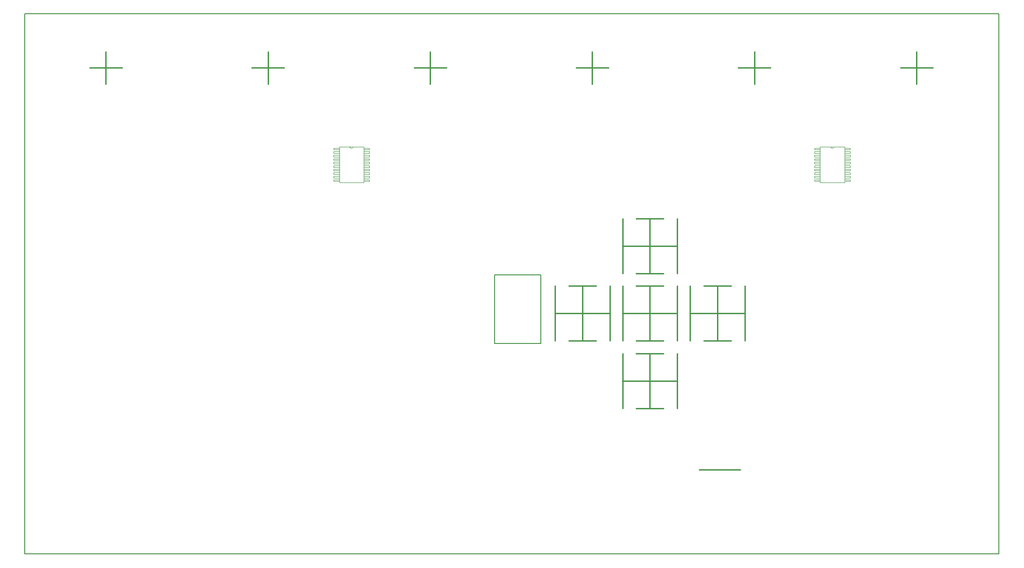
<source format=gbr>
%TF.GenerationSoftware,Altium Limited,Altium NEXUS,2.1.9 (83)*%
G04 Layer_Color=16711935*
%FSLAX44Y44*%
%MOMM*%
%TF.FileFunction,Other,Mechanical_1*%
%TF.Part,Single*%
G01*
G75*
%TA.AperFunction,NonConductor*%
%ADD72C,0.2000*%
%ADD73C,0.2540*%
%ADD132C,0.0254*%
D72*
X868750Y390000D02*
Y516250D01*
Y390000D02*
X955000D01*
Y516250D01*
X868750D02*
X955000D01*
X0Y0D02*
Y1000000D01*
X1802500D01*
Y0D02*
Y1000000D01*
X0Y0D02*
X1802500D01*
D73*
X149852Y870028D02*
X149852Y929718D01*
X119852Y899873D02*
X179852D01*
X449852Y870028D02*
X449852Y929718D01*
X419852Y899873D02*
X479852D01*
X749852Y870028D02*
X749852Y929718D01*
X719852Y899873D02*
X779852D01*
X1049852Y870028D02*
X1049852Y929718D01*
X1019852Y899873D02*
X1079852D01*
X1349852Y870028D02*
X1349852Y929718D01*
X1319852Y899873D02*
X1379852D01*
X1649852Y870028D02*
X1649852Y929718D01*
X1619852Y899873D02*
X1679852D01*
X1106000Y394450D02*
Y496050D01*
X1131100D02*
X1181900D01*
X1207300Y394450D02*
Y496050D01*
X1131100Y394450D02*
X1181900D01*
X1156500D02*
Y496050D01*
X1105700Y445250D02*
X1207300D01*
X1106000Y519450D02*
Y621050D01*
X1131100D02*
X1181900D01*
X1207300Y519450D02*
Y621050D01*
X1131100Y519450D02*
X1181900D01*
X1156500D02*
Y621050D01*
X1105700Y570250D02*
X1207300D01*
X1106000Y269450D02*
Y371050D01*
X1131100D02*
X1181900D01*
X1207300Y269450D02*
Y371050D01*
X1131100Y269450D02*
X1181900D01*
X1156500D02*
Y371050D01*
X1105700Y320250D02*
X1207300D01*
X981000Y394450D02*
Y496050D01*
X1006100D02*
X1056900D01*
X1082300Y394450D02*
Y496050D01*
X1006100Y394450D02*
X1056900D01*
X1031500D02*
Y496050D01*
X980700Y445250D02*
X1082300D01*
X1231000Y394450D02*
Y496050D01*
X1256100D02*
X1306900D01*
X1332300Y394450D02*
Y496050D01*
X1256100Y394450D02*
X1306900D01*
X1281500D02*
Y496050D01*
X1230700Y445250D02*
X1332300D01*
X1247500Y156300D02*
X1323700D01*
D132*
X1490952Y753770D02*
G03*
X1497048Y753770I3048J0D01*
G01*
X601170D02*
G03*
X607266Y753770I3048J0D01*
G01*
X1471521Y748476D02*
Y751525D01*
X1460980D02*
X1471521D01*
X1460980Y748476D02*
Y751525D01*
Y748476D02*
X1471521D01*
Y741976D02*
Y745024D01*
X1460980D02*
X1471521D01*
X1460980Y741976D02*
Y745024D01*
Y741976D02*
X1471521D01*
Y735476D02*
Y738524D01*
X1460980D02*
X1471521D01*
X1460980Y735476D02*
Y738524D01*
Y735476D02*
X1471521D01*
Y728976D02*
Y732024D01*
X1460980D02*
X1471521D01*
X1460980Y728976D02*
Y732024D01*
Y728976D02*
X1471521D01*
Y722476D02*
Y725524D01*
X1460980D02*
X1471521D01*
X1460980Y722476D02*
Y725524D01*
Y722476D02*
X1471521D01*
Y715976D02*
Y719024D01*
X1460980D02*
X1471521D01*
X1460980Y715976D02*
Y719024D01*
Y715976D02*
X1471521D01*
Y709476D02*
Y712524D01*
X1460980D02*
X1471521D01*
X1460980Y709476D02*
Y712524D01*
Y709476D02*
X1471521D01*
Y702976D02*
Y706024D01*
X1460980D02*
X1471521D01*
X1460980Y702976D02*
Y706024D01*
Y702976D02*
X1471521D01*
Y696476D02*
Y699524D01*
X1460980D02*
X1471521D01*
X1460980Y696476D02*
Y699524D01*
Y696476D02*
X1471521D01*
Y689976D02*
Y693024D01*
X1460980D02*
X1471521D01*
X1460980Y689976D02*
Y693024D01*
Y689976D02*
X1471521D01*
X1516479D02*
Y693024D01*
Y689976D02*
X1527020D01*
Y693024D01*
X1516479D02*
X1527020D01*
X1516479Y696476D02*
Y699524D01*
Y696476D02*
X1527020D01*
Y699524D01*
X1516479D02*
X1527020D01*
X1516479Y702976D02*
Y706024D01*
Y702976D02*
X1527020D01*
Y706024D01*
X1516479D02*
X1527020D01*
X1516479Y709476D02*
Y712524D01*
Y709476D02*
X1527020D01*
Y712524D01*
X1516479D02*
X1527020D01*
X1516479Y715976D02*
Y719024D01*
Y715976D02*
X1527020D01*
Y719024D01*
X1516479D02*
X1527020D01*
X1516479Y722476D02*
Y725524D01*
Y722476D02*
X1527020D01*
Y725524D01*
X1516479D02*
X1527020D01*
X1516479Y728976D02*
Y732024D01*
Y728976D02*
X1527020D01*
Y732024D01*
X1516479D02*
X1527020D01*
X1516479Y735476D02*
Y738524D01*
Y735476D02*
X1527020D01*
Y738524D01*
X1516479D02*
X1527020D01*
X1516479Y741976D02*
Y745024D01*
Y741976D02*
X1527020D01*
Y745024D01*
X1516479D02*
X1527020D01*
X1516479Y748476D02*
Y751525D01*
Y748476D02*
X1527020D01*
Y751525D01*
X1516479D02*
X1527020D01*
X1471521Y687730D02*
X1516479D01*
Y753770D01*
X1471521D02*
X1516479D01*
X1471521Y687730D02*
Y753770D01*
X581739Y748476D02*
Y751525D01*
X571198D02*
X581739D01*
X571198Y748476D02*
Y751525D01*
Y748476D02*
X581739D01*
Y741976D02*
Y745024D01*
X571198D02*
X581739D01*
X571198Y741976D02*
Y745024D01*
Y741976D02*
X581739D01*
Y735476D02*
Y738524D01*
X571198D02*
X581739D01*
X571198Y735476D02*
Y738524D01*
Y735476D02*
X581739D01*
Y728976D02*
Y732024D01*
X571198D02*
X581739D01*
X571198Y728976D02*
Y732024D01*
Y728976D02*
X581739D01*
Y722476D02*
Y725524D01*
X571198D02*
X581739D01*
X571198Y722476D02*
Y725524D01*
Y722476D02*
X581739D01*
Y715976D02*
Y719024D01*
X571198D02*
X581739D01*
X571198Y715976D02*
Y719024D01*
Y715976D02*
X581739D01*
Y709476D02*
Y712524D01*
X571198D02*
X581739D01*
X571198Y709476D02*
Y712524D01*
Y709476D02*
X581739D01*
Y702976D02*
Y706024D01*
X571198D02*
X581739D01*
X571198Y702976D02*
Y706024D01*
Y702976D02*
X581739D01*
Y696476D02*
Y699524D01*
X571198D02*
X581739D01*
X571198Y696476D02*
Y699524D01*
Y696476D02*
X581739D01*
Y689976D02*
Y693024D01*
X571198D02*
X581739D01*
X571198Y689976D02*
Y693024D01*
Y689976D02*
X581739D01*
X626697D02*
Y693024D01*
Y689976D02*
X637238D01*
Y693024D01*
X626697D02*
X637238D01*
X626697Y696476D02*
Y699524D01*
Y696476D02*
X637238D01*
Y699524D01*
X626697D02*
X637238D01*
X626697Y702976D02*
Y706024D01*
Y702976D02*
X637238D01*
Y706024D01*
X626697D02*
X637238D01*
X626697Y709476D02*
Y712524D01*
Y709476D02*
X637238D01*
Y712524D01*
X626697D02*
X637238D01*
X626697Y715976D02*
Y719024D01*
Y715976D02*
X637238D01*
Y719024D01*
X626697D02*
X637238D01*
X626697Y722476D02*
Y725524D01*
Y722476D02*
X637238D01*
Y725524D01*
X626697D02*
X637238D01*
X626697Y728976D02*
Y732024D01*
Y728976D02*
X637238D01*
Y732024D01*
X626697D02*
X637238D01*
X626697Y735476D02*
Y738524D01*
Y735476D02*
X637238D01*
Y738524D01*
X626697D02*
X637238D01*
X626697Y741976D02*
Y745024D01*
Y741976D02*
X637238D01*
Y745024D01*
X626697D02*
X637238D01*
X626697Y748476D02*
Y751525D01*
Y748476D02*
X637238D01*
Y751525D01*
X626697D02*
X637238D01*
X581739Y687730D02*
X626697D01*
Y753770D01*
X581739D02*
X626697D01*
X581739Y687730D02*
Y753770D01*
%TF.MD5,55dc2f4acc5a72157b80de0bbdc2a8e7*%
M02*

</source>
